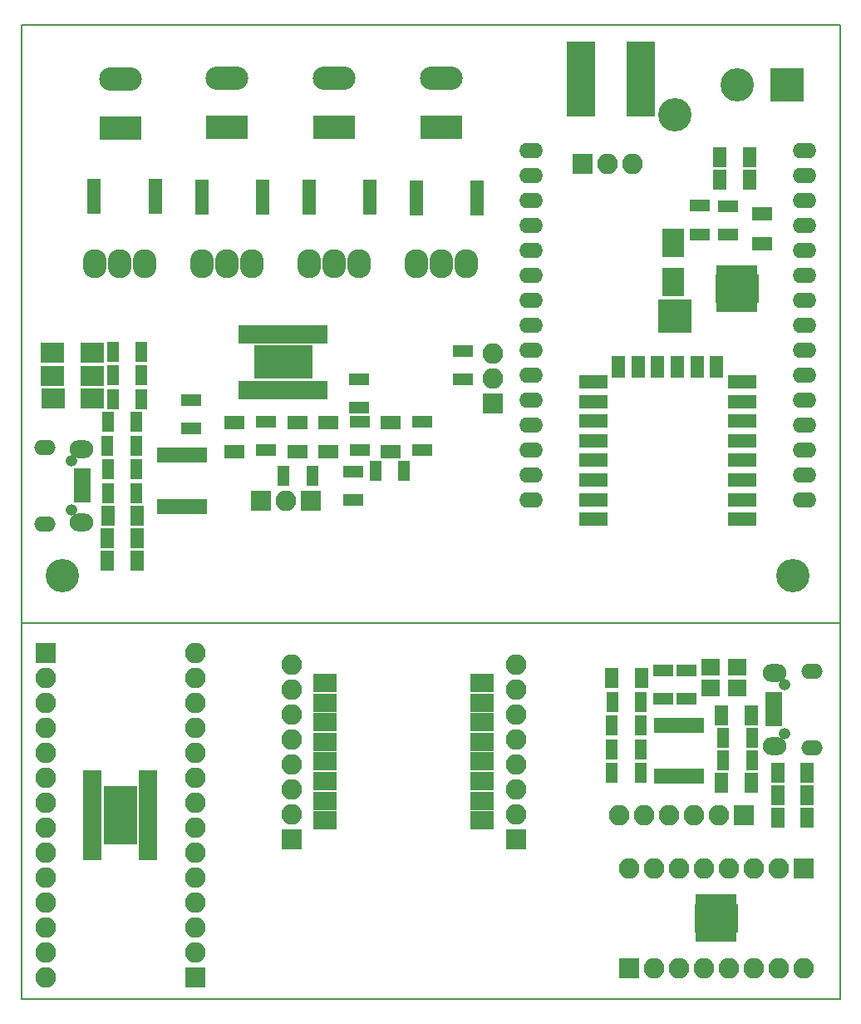
<source format=gbr>
%TF.GenerationSoftware,KiCad,Pcbnew,5.0.0-fee4fd1~66~ubuntu18.04.1*%
%TF.CreationDate,2019-06-24T19:08:59-03:00*%
%TF.ProjectId,Placa tesis,506C6163612074657369732E6B696361,rev?*%
%TF.SameCoordinates,Original*%
%TF.FileFunction,Soldermask,Top*%
%TF.FilePolarity,Negative*%
%FSLAX46Y46*%
G04 Gerber Fmt 4.6, Leading zero omitted, Abs format (unit mm)*
G04 Created by KiCad (PCBNEW 5.0.0-fee4fd1~66~ubuntu18.04.1) date Mon Jun 24 19:08:59 2019*
%MOMM*%
%LPD*%
G01*
G04 APERTURE LIST*
%ADD10C,0.150000*%
%ADD11O,2.100000X2.100000*%
%ADD12R,2.100000X2.100000*%
%ADD13R,1.400000X2.000000*%
%ADD14R,0.800000X1.600000*%
%ADD15C,3.400000*%
%ADD16O,4.360000X2.380000*%
%ADD17R,4.360000X2.380000*%
%ADD18O,2.400000X1.600000*%
%ADD19O,2.432000X2.940000*%
%ADD20R,5.911800X3.397200*%
%ADD21R,0.755600X1.822400*%
%ADD22R,2.100000X1.300000*%
%ADD23R,2.000000X1.400000*%
%ADD24R,0.650000X1.000000*%
%ADD25R,4.400000X3.000000*%
%ADD26R,1.300000X2.100000*%
%ADD27R,2.900000X1.400000*%
%ADD28R,1.400000X2.200000*%
%ADD29R,1.400000X3.600000*%
%ADD30O,1.200000X1.200000*%
%ADD31O,2.200000X1.550000*%
%ADD32O,2.400000X1.850000*%
%ADD33R,1.700000X0.850000*%
%ADD34R,3.400000X3.400000*%
%ADD35R,2.400000X1.900000*%
%ADD36R,1.822400X0.755600*%
%ADD37R,3.397200X5.911800*%
%ADD38R,1.900000X1.700000*%
%ADD39R,2.850000X7.590000*%
%ADD40R,2.400000X2.100000*%
%ADD41R,2.200000X2.900000*%
G04 APERTURE END LIST*
D10*
X70485000Y-140119100D02*
X153924000Y-140119100D01*
X70485000Y-101854000D02*
X153924000Y-101854000D01*
X153924000Y-41021000D02*
X153924000Y-140119100D01*
X70485000Y-41021000D02*
X70485000Y-140119100D01*
X70485000Y-41021000D02*
X153924000Y-41021000D01*
D11*
%TO.C,J1*%
X132715000Y-55118000D03*
X130175000Y-55118000D03*
D12*
X127635000Y-55118000D03*
%TD*%
%TO.C,J7*%
X97996544Y-123860024D03*
D11*
X97996544Y-121320024D03*
X97996544Y-118780024D03*
X97996544Y-116240024D03*
X97996544Y-113700024D03*
X97996544Y-111160024D03*
X97996544Y-108620024D03*
X97996544Y-106080024D03*
%TD*%
D13*
%TO.C,C12*%
X147564586Y-117134103D03*
X150564586Y-117134103D03*
%TD*%
D14*
%TO.C,U9*%
X135285086Y-112248103D03*
X135920086Y-112248103D03*
X136555086Y-112248103D03*
X137190086Y-112248103D03*
X137825086Y-112248103D03*
X138460086Y-112248103D03*
X139095086Y-112248103D03*
X139730086Y-112248103D03*
X139730086Y-117448103D03*
X139095086Y-117448103D03*
X138460086Y-117448103D03*
X137825086Y-117448103D03*
X137190086Y-117448103D03*
X136555086Y-117448103D03*
X135920086Y-117448103D03*
X135285086Y-117448103D03*
%TD*%
D15*
%TO.C,REF\002A\002A*%
X149098000Y-97028000D03*
%TD*%
D12*
%TO.C,OutP*%
X94869000Y-89408000D03*
%TD*%
D11*
%TO.C,TH1*%
X97409000Y-89408000D03*
D12*
X99949000Y-89408000D03*
%TD*%
D16*
%TO.C,D1*%
X80579001Y-46453001D03*
D17*
X80579001Y-51453001D03*
%TD*%
D16*
%TO.C,D2*%
X91440000Y-46435000D03*
D17*
X91440000Y-51435000D03*
%TD*%
%TO.C,D4*%
X113284000Y-51435000D03*
D16*
X113284000Y-46435000D03*
%TD*%
D17*
%TO.C,D3*%
X102362000Y-51435000D03*
D16*
X102362000Y-46435000D03*
%TD*%
D18*
%TO.C,U2*%
X122382978Y-89333063D03*
X150282978Y-89333063D03*
X122382978Y-86793063D03*
X150282978Y-86793063D03*
X122382978Y-84253063D03*
X150282978Y-84253063D03*
X122382978Y-81713063D03*
X150282978Y-81713063D03*
X122382978Y-79173063D03*
X150282978Y-79173063D03*
X122382978Y-76633063D03*
X150282978Y-76633063D03*
X122382978Y-74093063D03*
X150282978Y-74093063D03*
X122382978Y-71553063D03*
X150282978Y-71553063D03*
X122382978Y-69013063D03*
X150282978Y-69013063D03*
X122382978Y-66473063D03*
X150282978Y-66473063D03*
X122382978Y-63933063D03*
X150282978Y-63933063D03*
X122382978Y-61393063D03*
X150282978Y-61393063D03*
X122382978Y-58853063D03*
X150282978Y-58853063D03*
X122382978Y-56313063D03*
X150282978Y-56313063D03*
X122382978Y-53773063D03*
X150282978Y-53773063D03*
%TD*%
D19*
%TO.C,Q1*%
X83058000Y-65278000D03*
X77978000Y-65278000D03*
X80518000Y-65278000D03*
%TD*%
D20*
%TO.C,U4*%
X97155000Y-75311000D03*
D21*
X92938600Y-72466200D03*
X93573600Y-72466200D03*
X94234000Y-72466200D03*
X94869000Y-72466200D03*
X95529400Y-72466200D03*
X96189800Y-72466200D03*
X96824800Y-72466200D03*
X97485200Y-72466200D03*
X98120200Y-72466200D03*
X98780600Y-72466200D03*
X99441000Y-72466200D03*
X100076000Y-72466200D03*
X100736400Y-72466200D03*
X101371400Y-72466200D03*
X101371400Y-78155800D03*
X100736400Y-78155800D03*
X100076000Y-78155800D03*
X99441000Y-78155800D03*
X98780600Y-78155800D03*
X98120200Y-78155800D03*
X97485200Y-78155800D03*
X96824800Y-78155800D03*
X96189800Y-78155800D03*
X95529400Y-78155800D03*
X94869000Y-78155800D03*
X94234000Y-78155800D03*
X93573600Y-78155800D03*
X92938600Y-78155800D03*
%TD*%
D22*
%TO.C,R14*%
X142502681Y-59443743D03*
X142502681Y-62343743D03*
%TD*%
%TO.C,R13*%
X139581681Y-62290743D03*
X139581681Y-59390743D03*
%TD*%
D23*
%TO.C,C5*%
X145923000Y-63246000D03*
X145923000Y-60246000D03*
%TD*%
D24*
%TO.C,U3*%
X145141681Y-65925743D03*
X144641681Y-65925743D03*
X144141681Y-65925743D03*
X143641681Y-65925743D03*
X143141681Y-65925743D03*
X142641681Y-65925743D03*
X142141681Y-65925743D03*
X141641681Y-65925743D03*
X141641681Y-69725743D03*
X142141681Y-69725743D03*
X142641681Y-69725743D03*
X143141681Y-69725743D03*
X143641681Y-69725743D03*
X144141681Y-69725743D03*
X144641681Y-69725743D03*
X145141681Y-69725743D03*
D25*
X143391681Y-67825743D03*
%TD*%
D23*
%TO.C,C1*%
X108152000Y-81431000D03*
X108152000Y-84431000D03*
%TD*%
%TO.C,C2*%
X101751000Y-84431000D03*
X101751000Y-81431000D03*
%TD*%
%TO.C,C3*%
X98603000Y-81431000D03*
X98603000Y-84431000D03*
%TD*%
%TO.C,C4*%
X92202000Y-84431000D03*
X92202000Y-81431000D03*
%TD*%
D19*
%TO.C,Q2*%
X91440000Y-65278000D03*
X88900000Y-65278000D03*
X93980000Y-65278000D03*
%TD*%
%TO.C,Q3*%
X104902000Y-65278000D03*
X99822000Y-65278000D03*
X102362000Y-65278000D03*
%TD*%
%TO.C,Q4*%
X113284000Y-65278000D03*
X110744000Y-65278000D03*
X115824000Y-65278000D03*
%TD*%
D22*
%TO.C,R1*%
X111350000Y-84281000D03*
X111350000Y-81381000D03*
%TD*%
%TO.C,R2*%
X95400000Y-84281000D03*
X95400000Y-81381000D03*
%TD*%
%TO.C,R7*%
X104902000Y-79936000D03*
X104902000Y-77036000D03*
%TD*%
%TO.C,R8*%
X104949000Y-81381000D03*
X104949000Y-84281000D03*
%TD*%
D26*
%TO.C,R9*%
X106576582Y-86405586D03*
X109476582Y-86405586D03*
%TD*%
D22*
%TO.C,R10*%
X104267000Y-86434000D03*
X104267000Y-89334000D03*
%TD*%
D27*
%TO.C,U5*%
X128732978Y-91309063D03*
X128732978Y-89309063D03*
X128732978Y-87309063D03*
X128732978Y-85309063D03*
X128732978Y-83309063D03*
X128732978Y-81309063D03*
X128732978Y-79309063D03*
X128732978Y-77309063D03*
D28*
X131332978Y-75809063D03*
X133332978Y-75809063D03*
X135332978Y-75809063D03*
X137332978Y-75809063D03*
X139332978Y-75809063D03*
X141332978Y-75809063D03*
D27*
X143932978Y-77309063D03*
X143932978Y-79309063D03*
X143932978Y-81309063D03*
X143932978Y-83309063D03*
X143932978Y-85309063D03*
X143932978Y-87309063D03*
X143932978Y-89309063D03*
X143932978Y-91309063D03*
%TD*%
D29*
%TO.C,R3*%
X77926000Y-58420000D03*
X84126000Y-58420000D03*
%TD*%
%TO.C,R4*%
X95080285Y-58536516D03*
X88880285Y-58536516D03*
%TD*%
%TO.C,R5*%
X99809421Y-58511115D03*
X106009421Y-58511115D03*
%TD*%
%TO.C,R6*%
X116955893Y-58627348D03*
X110755893Y-58627348D03*
%TD*%
D13*
%TO.C,C6*%
X79272000Y-93218000D03*
X82272000Y-93218000D03*
%TD*%
%TO.C,C7*%
X82296000Y-90932000D03*
X79296000Y-90932000D03*
%TD*%
%TO.C,C8*%
X79272000Y-95504000D03*
X82272000Y-95504000D03*
%TD*%
%TO.C,C9*%
X141653000Y-56769000D03*
X144653000Y-56769000D03*
%TD*%
%TO.C,C10*%
X144653000Y-54483000D03*
X141653000Y-54483000D03*
%TD*%
D30*
%TO.C,J2*%
X75603000Y-90384000D03*
X75603000Y-85384000D03*
D31*
X72853000Y-91759000D03*
X72853000Y-84009000D03*
D32*
X76653000Y-91609000D03*
X76653000Y-84159000D03*
D33*
X76703000Y-89184000D03*
X76703000Y-88534000D03*
X76703000Y-87884000D03*
X76703000Y-87234000D03*
X76703000Y-86584000D03*
%TD*%
D26*
%TO.C,R11*%
X82222000Y-88646000D03*
X79322000Y-88646000D03*
%TD*%
%TO.C,R19*%
X79322000Y-86233000D03*
X82222000Y-86233000D03*
%TD*%
%TO.C,R20*%
X79269000Y-83820000D03*
X82169000Y-83820000D03*
%TD*%
%TO.C,R21*%
X79322000Y-81407000D03*
X82222000Y-81407000D03*
%TD*%
%TO.C,R22*%
X82730000Y-76660171D03*
X79830000Y-76660171D03*
%TD*%
%TO.C,R23*%
X79830000Y-79073171D03*
X82730000Y-79073171D03*
%TD*%
%TO.C,R24*%
X79830000Y-74247171D03*
X82730000Y-74247171D03*
%TD*%
D14*
%TO.C,U1*%
X84645500Y-84776000D03*
X85280500Y-84776000D03*
X85915500Y-84776000D03*
X86550500Y-84776000D03*
X87185500Y-84776000D03*
X87820500Y-84776000D03*
X88455500Y-84776000D03*
X89090500Y-84776000D03*
X89090500Y-89976000D03*
X88455500Y-89976000D03*
X87820500Y-89976000D03*
X87185500Y-89976000D03*
X86550500Y-89976000D03*
X85915500Y-89976000D03*
X85280500Y-89976000D03*
X84645500Y-89976000D03*
%TD*%
D22*
%TO.C,R25*%
X87757000Y-79142000D03*
X87757000Y-82042000D03*
%TD*%
D11*
%TO.C,J4*%
X118491000Y-74422000D03*
X118491000Y-76962000D03*
D12*
X118491000Y-79502000D03*
%TD*%
D22*
%TO.C,R26*%
X115443000Y-77089000D03*
X115443000Y-74189000D03*
%TD*%
D26*
%TO.C,R27*%
X100129000Y-86868000D03*
X97229000Y-86868000D03*
%TD*%
D15*
%TO.C,J3*%
X143383000Y-47117000D03*
D34*
X148463000Y-47117000D03*
%TD*%
D15*
%TO.C,REF\002A\002A*%
X74676000Y-97028000D03*
%TD*%
D11*
%TO.C,J5*%
X150169065Y-136973947D03*
X147629065Y-136973947D03*
X145089065Y-136973947D03*
X142549065Y-136973947D03*
X140009065Y-136973947D03*
X137469065Y-136973947D03*
X134929065Y-136973947D03*
D12*
X132389065Y-136973947D03*
%TD*%
D11*
%TO.C,J6*%
X132389065Y-126813947D03*
X134929065Y-126813947D03*
X137469065Y-126813947D03*
X140009065Y-126813947D03*
X142549065Y-126813947D03*
X145089065Y-126813947D03*
X147629065Y-126813947D03*
D12*
X150169065Y-126813947D03*
%TD*%
%TO.C,J8*%
X120856544Y-123860024D03*
D11*
X120856544Y-121320024D03*
X120856544Y-118780024D03*
X120856544Y-116240024D03*
X120856544Y-113700024D03*
X120856544Y-111160024D03*
X120856544Y-108620024D03*
X120856544Y-106080024D03*
%TD*%
D24*
%TO.C,U6*%
X139529065Y-133793947D03*
X140029065Y-133793947D03*
X140529065Y-133793947D03*
X141029065Y-133793947D03*
X141529065Y-133793947D03*
X142029065Y-133793947D03*
X142529065Y-133793947D03*
X143029065Y-133793947D03*
X143029065Y-129993947D03*
X142529065Y-129993947D03*
X142029065Y-129993947D03*
X141529065Y-129993947D03*
X141029065Y-129993947D03*
X140529065Y-129993947D03*
X140029065Y-129993947D03*
X139529065Y-129993947D03*
D25*
X141279065Y-131893947D03*
%TD*%
D35*
%TO.C,U7*%
X101426544Y-107962023D03*
X101426544Y-109962023D03*
X101426544Y-111962023D03*
X101426544Y-113962023D03*
X101426544Y-115962023D03*
X101426544Y-117962023D03*
X101426544Y-119962023D03*
X101426544Y-121962023D03*
X117426544Y-121962023D03*
X117426544Y-119962023D03*
X117426544Y-117962023D03*
X117426544Y-115962023D03*
X117426544Y-113962023D03*
X117426544Y-111962023D03*
X117426544Y-109962023D03*
X117426544Y-107962023D03*
%TD*%
D36*
%TO.C,U8*%
X77736700Y-117195600D03*
X77736700Y-117830600D03*
X77736700Y-118491000D03*
X77736700Y-119126000D03*
X77736700Y-119786400D03*
X77736700Y-120446800D03*
X77736700Y-121081800D03*
X77736700Y-121742200D03*
X77736700Y-122377200D03*
X77736700Y-123037600D03*
X77736700Y-123698000D03*
X77736700Y-124333000D03*
X77736700Y-124993400D03*
X77736700Y-125628400D03*
X83426300Y-125628400D03*
X83426300Y-124993400D03*
X83426300Y-124333000D03*
X83426300Y-123698000D03*
X83426300Y-123037600D03*
X83426300Y-122377200D03*
X83426300Y-121742200D03*
X83426300Y-121081800D03*
X83426300Y-120446800D03*
X83426300Y-119786400D03*
X83426300Y-119126000D03*
X83426300Y-118491000D03*
X83426300Y-117830600D03*
X83426300Y-117195600D03*
D37*
X80581500Y-121412000D03*
%TD*%
D11*
%TO.C,J9*%
X72961500Y-137922000D03*
X72961500Y-135382000D03*
X72961500Y-132842000D03*
X72961500Y-130302000D03*
X72961500Y-127762000D03*
X72961500Y-125222000D03*
X72961500Y-122682000D03*
X72961500Y-120142000D03*
X72961500Y-117602000D03*
X72961500Y-115062000D03*
X72961500Y-112522000D03*
X72961500Y-109982000D03*
X72961500Y-107442000D03*
D12*
X72961500Y-104902000D03*
%TD*%
%TO.C,J10*%
X88201500Y-137922000D03*
D11*
X88201500Y-135382000D03*
X88201500Y-132842000D03*
X88201500Y-130302000D03*
X88201500Y-127762000D03*
X88201500Y-125222000D03*
X88201500Y-122682000D03*
X88201500Y-120142000D03*
X88201500Y-117602000D03*
X88201500Y-115062000D03*
X88201500Y-112522000D03*
X88201500Y-109982000D03*
X88201500Y-107442000D03*
X88201500Y-104902000D03*
%TD*%
D13*
%TO.C,C11*%
X150564586Y-121706103D03*
X147564586Y-121706103D03*
%TD*%
%TO.C,C13*%
X150564586Y-119420103D03*
X147564586Y-119420103D03*
%TD*%
%TO.C,C14*%
X144849586Y-111292103D03*
X141849586Y-111292103D03*
%TD*%
%TO.C,C15*%
X141849586Y-118150103D03*
X144849586Y-118150103D03*
%TD*%
%TO.C,C16*%
X130649586Y-107482103D03*
X133649586Y-107482103D03*
%TD*%
D30*
%TO.C,J11*%
X148264586Y-108157103D03*
X148264586Y-113157103D03*
D31*
X151014586Y-106782103D03*
X151014586Y-114532103D03*
D32*
X147214586Y-106932103D03*
X147214586Y-114382103D03*
D33*
X147164586Y-109357103D03*
X147164586Y-110007103D03*
X147164586Y-110657103D03*
X147164586Y-111307103D03*
X147164586Y-111957103D03*
%TD*%
D26*
%TO.C,R28*%
X144906098Y-113570445D03*
X142006098Y-113570445D03*
%TD*%
%TO.C,R29*%
X142006098Y-115856445D03*
X144906098Y-115856445D03*
%TD*%
%TO.C,R30*%
X130670586Y-112308103D03*
X133570586Y-112308103D03*
%TD*%
D22*
%TO.C,R31*%
X138269586Y-106667103D03*
X138269586Y-109567103D03*
%TD*%
%TO.C,R32*%
X135856586Y-109567103D03*
X135856586Y-106667103D03*
%TD*%
D26*
%TO.C,R33*%
X133570586Y-114721103D03*
X130670586Y-114721103D03*
%TD*%
%TO.C,R34*%
X130700207Y-109895103D03*
X133600207Y-109895103D03*
%TD*%
%TO.C,R35*%
X133570586Y-117134103D03*
X130670586Y-117134103D03*
%TD*%
D38*
%TO.C,Rx2*%
X140729586Y-108498103D03*
X143429586Y-108498103D03*
%TD*%
%TO.C,Tx2*%
X143429586Y-106339103D03*
X140729586Y-106339103D03*
%TD*%
D11*
%TO.C,J12*%
X131411586Y-121452103D03*
X133951586Y-121452103D03*
X136491586Y-121452103D03*
X139031586Y-121452103D03*
X141571586Y-121452103D03*
D12*
X144111586Y-121452103D03*
%TD*%
D34*
%TO.C,BT1*%
X137033000Y-70612000D03*
D15*
X137033000Y-50122000D03*
%TD*%
D39*
%TO.C,R12*%
X133608000Y-46482000D03*
X127508000Y-46482000D03*
%TD*%
D40*
%TO.C,Rx1*%
X73679300Y-76682600D03*
X77679300Y-76682600D03*
%TD*%
%TO.C,Tx1*%
X77742800Y-79044800D03*
X73742800Y-79044800D03*
%TD*%
%TO.C,PWR1*%
X73679300Y-74307700D03*
X77679300Y-74307700D03*
%TD*%
D41*
%TO.C,D5*%
X136893300Y-63176400D03*
X136893300Y-67176400D03*
%TD*%
M02*

</source>
